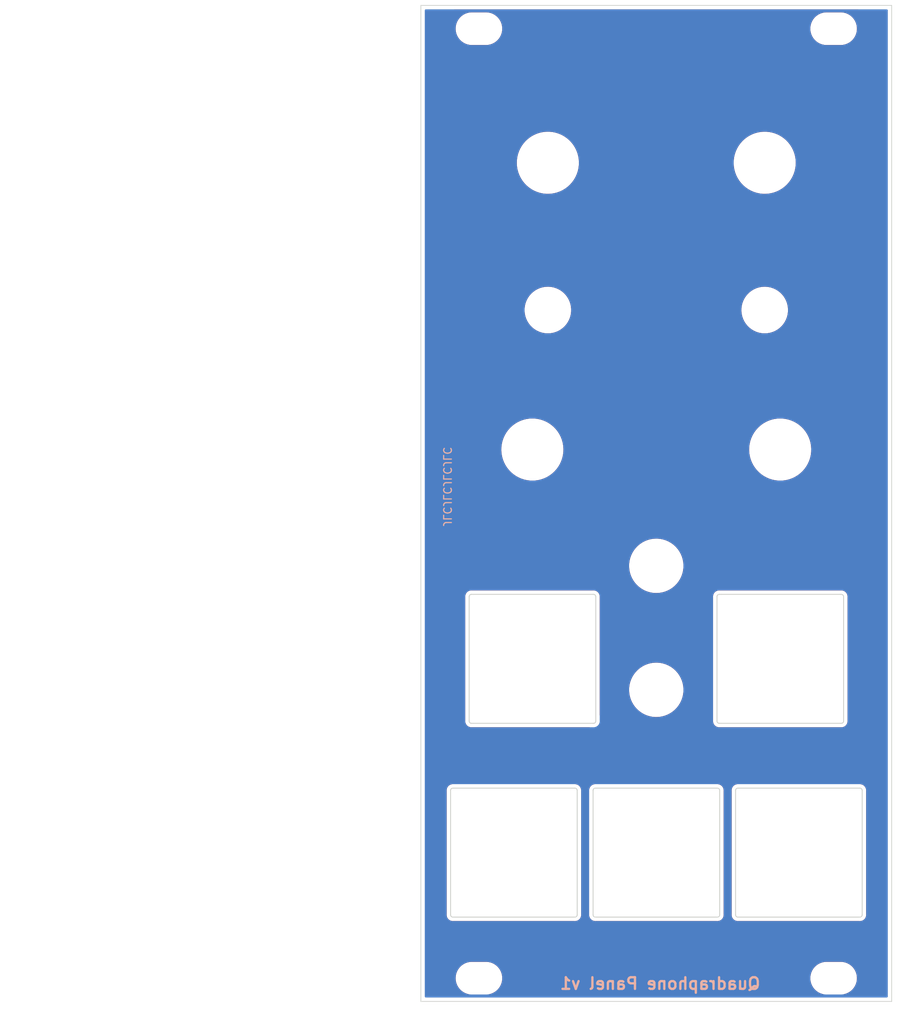
<source format=kicad_pcb>
(kicad_pcb (version 20211014) (generator pcbnew)
  (layers (0 "F.Cu" signal) (31 "B.Cu" signal) (34 "B.Paste" user) (35 "F.Paste" user) (36 "B.SilkS" user "B.Silkscreen") (37 "F.SilkS" user "F.Silkscreen") (38 "B.Mask" user) (39 "F.Mask" user) (44 "Edge.Cuts" user))
  (net 0 "")
  (footprint "kibuzzard-63D122C1" (layer "F.Cu") (at 94 47)
    (fp_text reference "kibuzzard-63D122C1" hide)
    (fp_text value "G***" hide)
  )
  (footprint "kibuzzard-63D0FD70" (layer "F.Cu") (at 102 76 -90)
    (fp_text reference "kibuzzard-63D0FD70" hide)
    (fp_text value "G***" hide)
  )
  (footprint "Custom_Footprints:Sub_Miniature_Switch_MountingHole_5mm" (layer "F.Cu") (at 94 76 180)
    (fp_text reference "Ref**" hide)
    (fp_text value "Subminiature_Switch" hide)
    (pad "" np_thru_hole circle locked (at 0 0 180) (size 5 5) (drill 5) (layers *.Cu *.Mask))
  )
  (footprint "Custom_Footprints:Alpha_9mm_pot_hole" (layer "F.Cu") (at 66 57 180)
    (fp_text reference "Ref**" hide)
    (fp_text value "Alpha_9mm_pot" hide)
    (pad "" np_thru_hole circle locked (at 0 0 180) (size 7 7) (drill 7) (layers *.Cu *.Mask))
  )
  (footprint "Custom_Footprints:Oval_Mounting_Hole" (layer "F.Cu") (at 102.9 39.7)
    (fp_text reference "Ref**" hide)
    (fp_text value "Oval_Mounting_Hole")
    (pad "" np_thru_hole oval locked (at 0 0) (size 5 3.2) (drill oval 5 3.2) (layers *.Cu *.Mask))
  )
  (footprint "kibuzzard-63D139E5" (layer "F.Cu") (at 58 109)
    (fp_text reference "kibuzzard-63D139E5" hide)
    (fp_text value "G***" hide)
  )
  (footprint "Custom_Footprints:Alpha_9mm_pot_hole" (layer "F.Cu") (at 94 57 180)
    (fp_text reference "Ref**" hide)
    (fp_text value "Alpha_9mm_pot" hide)
    (pad "" np_thru_hole circle locked (at 0 0 180) (size 7 7) (drill 7) (layers *.Cu *.Mask))
  )
  (footprint "Custom_Footprints:RJ45_Molex_42878-8506_Mounting_Hole" (layer "F.Cu") (at 80 146)
    (fp_text reference "Output" hide)
    (fp_text value "RJ45_Molex_42878-8506_Mounting_Hole")
    (fp_line (start 7.88 8.32) (end -7.88 8.32) (layer "Edge.Cuts") (width 0.12))
    (fp_line (start 8.19 -8.02) (end 8.19 8.02) (layer "Edge.Cuts") (width 0.12))
    (fp_line (start 7.88 -8.32) (end -7.88 -8.32) (layer "Edge.Cuts") (width 0.12))
    (fp_line (start -8.16 -8.02) (end -8.16 8.02) (layer "Edge.Cuts") (width 0.12))
    (fp_arc (start 8.19 8.02) (mid 8.100917 8.238111) (end 7.88 8.32) (layer "Edge.Cuts") (width 0.12))
    (fp_arc (start 7.88 -8.32) (mid 8.096622 -8.233665) (end 8.19 -8.02) (layer "Edge.Cuts") (width 0.12))
    (fp_arc (start -7.88 8.32) (mid -8.081749 8.227632) (end -8.16 8.02) (layer "Edge.Cuts") (width 0.12))
    (fp_arc (start -8.16 -8.02) (mid -8.081443 -8.227347) (end -7.88 -8.32) (layer "Edge.Cuts") (width 0.12))
  )
  (footprint "kibuzzard-63D139F5" (layer "F.Cu") (at 62 134.5)
    (fp_text reference "kibuzzard-63D139F5" hide)
    (fp_text value "G***" hide)
  )
  (footprint "Custom_Footprints:Alpha_9mm_pot_hole" (layer "F.Cu") (at 96 94 180)
    (fp_text reference "Ref**" hide)
    (fp_text value "Alpha_9mm_pot" hide)
    (pad "" np_thru_hole circle locked (at 0 0 180) (size 7 7) (drill 7) (layers *.Cu *.Mask))
  )
  (footprint "kibuzzard-63D12295" (layer "F.Cu") (at 66 47)
    (fp_text reference "kibuzzard-63D12295" hide)
    (fp_text value "G***" hide)
  )
  (footprint "Custom_Footprints:RJ45_Molex_42878-8506_Mounting_Hole" (layer "F.Cu") (at 96 121)
    (fp_text reference "PWM_In" hide)
    (fp_text value "RJ45_Molex_42878-8506_Mounting_Hole")
    (fp_line (start 8.19 -8.02) (end 8.19 8.02) (layer "Edge.Cuts") (width 0.12))
    (fp_line (start -8.16 -8.02) (end -8.16 8.02) (layer "Edge.Cuts") (width 0.12))
    (fp_line (start 7.88 8.32) (end -7.88 8.32) (layer "Edge.Cuts") (width 0.12))
    (fp_line (start 7.88 -8.32) (end -7.88 -8.32) (layer "Edge.Cuts") (width 0.12))
    (fp_arc (start -7.88 8.32) (mid -8.081749 8.227632) (end -8.16 8.02) (layer "Edge.Cuts") (width 0.12))
    (fp_arc (start -8.16 -8.02) (mid -8.081443 -8.227347) (end -7.88 -8.32) (layer "Edge.Cuts") (width 0.12))
    (fp_arc (start 8.19 8.02) (mid 8.100917 8.238111) (end 7.88 8.32) (layer "Edge.Cuts") (width 0.12))
    (fp_arc (start 7.88 -8.32) (mid 8.096622 -8.233665) (end 8.19 -8.02) (layer "Edge.Cuts") (width 0.12))
  )
  (footprint "kibuzzard-63D127EA" (layer "F.Cu") (at 80 57)
    (fp_text reference "kibuzzard-63D127EA" hide)
    (fp_text value "G***" hide)
  )
  (footprint "Custom_Footprints:DPDT_Switch_MountingHole_6mm" (layer "F.Cu") (at 66 76)
    (fp_text reference "Ref**" hide)
    (fp_text value "Subminiature_Switch" hide)
    (pad "" np_thru_hole circle (at 0 0) (size 5 5) (drill 5) (layers *.Cu *.Mask))
  )
  (footprint "Custom_Footprints:Oval_Mounting_Hole" (layer "F.Cu") (at 102.9 162.2)
    (fp_text reference "Ref**" hide)
    (fp_text value "Oval_Mounting_Hole")
    (pad "" np_thru_hole oval locked (at 0 0) (size 5 3.2) (drill oval 5 3.2) (layers *.Cu *.Mask))
  )
  (footprint "Graphics:QuadraphoneLogo" (layer "F.Cu") (at 79.962909 39.924006)
    (fp_text reference "G***" hide)
    (fp_text value "LOGO" hide)
  )
  (footprint "Custom_Footprints:Thonkiconn_Socket_MountingHole_6mm" (layer "F.Cu") (at 80 125 180)
    (fp_text reference "Ref**" hide)
    (fp_text value "Thonkiconn_Socket_MountingHole_6mm")
    (pad "" np_thru_hole circle locked (at 0 0 180) (size 6 6) (drill 6) (layers *.Cu *.Mask))
  )
  (footprint "kibuzzard-63D13A10" (layer "F.Cu") (at 98.5 134.5)
    (fp_text reference "kibuzzard-63D13A10" hide)
    (fp_text value "G***" hide)
  )
  (footprint "kibuzzard-63D1286A" (layer "F.Cu") (at 88.9 69.9)
    (fp_text reference "kibuzzard-63D1286A" hide)
    (fp_text value "G***" hide)
  )
  (footprint "Custom_Footprints:Alpha_9mm_pot_hole" (layer "F.Cu") (at 64 94 180)
    (fp_text reference "Ref**" hide)
    (fp_text value "Alpha_9mm_pot" hide)
    (pad "" np_thru_hole circle locked (at 0 0 180) (size 7 7) (drill 7) (layers *.Cu *.Mask))
  )
  (footprint "Custom_Footprints:RJ45_Molex_42878-8506_Mounting_Hole" (layer "F.Cu") (at 98.4 146)
    (fp_text reference "Synch_In" hide)
    (fp_text value "RJ45_Molex_42878-8506_Mounting_Hole")
    (fp_line (start 8.19 -8.02) (end 8.19 8.02) (layer "Edge.Cuts") (width 0.12))
    (fp_line (start 7.88 -8.32) (end -7.88 -8.32) (layer "Edge.Cuts") (width 0.12))
    (fp_line (start 7.88 8.32) (end -7.88 8.32) (layer "Edge.Cuts") (width 0.12))
    (fp_line (start -8.16 -8.02) (end -8.16 8.02) (layer "Edge.Cuts") (width 0.12))
    (fp_arc (start -7.88 8.32) (mid -8.081749 8.227632) (end -8.16 8.02) (layer "Edge.Cuts") (width 0.12))
    (fp_arc (start -8.16 -8.02) (mid -8.081443 -8.227347) (end -7.88 -8.32) (layer "Edge.Cuts") (width 0.12))
    (fp_arc (start 8.19 8.02) (mid 8.100917 8.238111) (end 7.88 8.32) (layer "Edge.Cuts") (width 0.12))
    (fp_arc (start 7.88 -8.32) (mid 8.096622 -8.233665) (end 8.19 -8.02) (layer "Edge.Cuts") (width 0.12))
  )
  (footprint "kibuzzard-63D1404C" (layer "F.Cu") (at 80 100.1 -90)
    (fp_text reference "kibuzzard-63D1404C" hide)
    (fp_text value "G***" hide)
  )
  (footprint "Custom_Footprints:Oval_Mounting_Hole" (layer "F.Cu") (at 57.1 162.2)
    (fp_text reference "Ref**" hide)
    (fp_text value "Oval_Mounting_Hole")
    (pad "" np_thru_hole oval locked (at 0 0) (size 5 3.2) (drill oval 5 3.2) (layers *.Cu *.Mask))
  )
  (footprint "Custom_Footprints:Thonkiconn_Socket_MountingHole_6mm" (layer "F.Cu") (at 80 109 180)
    (fp_text reference "Ref**" hide)
    (fp_text value "Thonkiconn_Socket_MountingHole_6mm")
    (pad "" np_thru_hole circle locked (at 0 0 180) (size 6 6) (drill 6) (layers *.Cu *.Mask))
  )
  (footprint "kibuzzard-63D122DE" (layer "F.Cu") (at 58 76 90)
    (fp_text reference "kibuzzard-63D122DE" hide)
    (fp_text value "G***" hide)
  )
  (footprint "kibuzzard-63D1288B" (layer "F.Cu") (at 88.9 82.1)
    (fp_text reference "kibuzzard-63D1288B" hide)
    (fp_text value "G***" hide)
  )
  (footprint "Custom_Footprints:RJ45_Molex_42878-8506_Mounting_Hole" (layer "F.Cu") (at 64 121)
    (fp_text reference "FM_In" hide)
    (fp_text value "RJ45_Molex_42878-8506_Mounting_Hole")
    (fp_line (start -8.16 -8.02) (end -8.16 8.02) (layer "Edge.Cuts") (width 0.12))
    (fp_line (start 7.88 8.32) (end -7.88 8.32) (layer "Edge.Cuts") (width 0.12))
    (fp_line (start 8.19 -8.02) (end 8.19 8.02) (layer "Edge.Cuts") (width 0.12))
    (fp_line (start 7.88 -8.32) (end -7.88 -8.32) (layer "Edge.Cuts") (width 0.12))
    (fp_arc (start -7.88 8.32) (mid -8.081749 8.227632) (end -8.16 8.02) (layer "Edge.Cuts") (width 0.12))
    (fp_arc (start 7.88 -8.32) (mid 8.096622 -8.233665) (end 8.19 -8.02) (layer "Edge.Cuts") (width 0.12))
    (fp_arc (start -8.16 -8.02) (mid -8.081443 -8.227347) (end -7.88 -8.32) (layer "Edge.Cuts") (width 0.12))
    (fp_arc (start 8.19 8.02) (mid 8.100917 8.238111) (end 7.88 8.32) (layer "Edge.Cuts") (width 0.12))
  )
  (footprint "Custom_Footprints:Oval_Mounting_Hole" (layer "F.Cu") (at 57.1 39.7)
    (fp_text reference "Ref**" hide)
    (fp_text value "Oval_Mounting_Hole")
    (pad "" np_thru_hole oval locked (at 0 0) (size 5 3.2) (drill oval 5 3.2) (layers *.Cu *.Mask))
  )
  (footprint "Custom_Footprints:RJ45_Molex_42878-8506_Mounting_Hole" (layer "F.Cu") (at 61.6 146)
    (fp_text reference "V_per_Oct_In" hide)
    (fp_text value "RJ45_Molex_42878-8506_Mounting_Hole")
    (fp_line (start 7.88 -8.32) (end -7.88 -8.32) (layer "Edge.Cuts") (width 0.12))
    (fp_line (start 8.19 -8.02) (end 8.19 8.02) (layer "Edge.Cuts") (width 0.12))
    (fp_line (start 7.88 8.32) (end -7.88 8.32) (layer "Edge.Cuts") (width 0.12))
    (fp_line (start -8.16 -8.02) (end -8.16 8.02) (layer "Edge.Cuts") (width 0.12))
    (fp_arc (start -7.88 8.32) (mid -8.081749 8.227632) (end -8.16 8.02) (layer "Edge.Cuts") (width 0.12))
    (fp_arc (start 7.88 -8.32) (mid 8.096622 -8.233665) (end 8.19 -8.02) (layer "Edge.Cuts") (width 0.12))
    (fp_arc (start 8.19 8.02) (mid 8.100917 8.238111) (end 7.88 8.32) (layer "Edge.Cuts") (width 0.12))
    (fp_arc (start -8.16 -8.02) (mid -8.081443 -8.227347) (end -7.88 -8.32) (layer "Edge.Cuts") (width 0.12))
  )
  (footprint "kibuzzard-63D12809" (layer "F.Cu") (at 96 106.6 -90)
    (fp_text reference "kibuzzard-63D12809" hide)
    (fp_text value "G***" hide)
  )
  (gr_line (start 49.6 165.2) (end 110.4 165.2) (layer "Edge.Cuts") (width 0.1))
  (gr_line (start 49.6 36.7) (end 49.6 165.2) (layer "Edge.Cuts") (width 0.1))
  (gr_line (start 110.4 36.7) (end 110.4 165.2) (layer "Edge.Cuts") (width 0.1))
  (gr_line (start 49.6 36.7) (end 110.4 36.7) (layer "Edge.Cuts") (width 0.1))
  (gr_text "Quadraphone Panel v1" (at 80.5 162.9) (layer "B.SilkS") (effects (font (size 1.5 1.5) (thickness 0.3)) (justify mirror)))
  (gr_text "JLCJLCJLCJLC" (at 53 98.8 -90) (layer "B.SilkS") (effects (font (size 1 1)) (justify mirror)))
  (zone (net 0) (net_name "") (layer "F.Cu") (connect_pads (clearance 0.508)) (min_thickness 0.254) (fill yes (thermal_gap 0.508) (thermal_bridge_width 0.508) (smoothing fillet) (radius 5))
    (polygon (pts (xy 108 43) (xy 52 43) (xy 52 37) (xy 108 37)))
  )
  (zone (net 0) (net_name "") (layer "F.Cu") (connect_pads (clearance 0.508)) (min_thickness 0.254) (fill yes (thermal_gap 0.508) (thermal_bridge_width 0.508) (smoothing fillet) (radius 5))
    (polygon (pts (xy 108 164.5) (xy 52 164.5) (xy 52 159.5) (xy 108 159.5)))
  )
  (zone (net 0) (net_name "") (layer "F.Cu") (connect_pads (clearance 0.508)) (min_thickness 0.254) (fill yes (thermal_gap 0.508) (thermal_bridge_width 0.508) (smoothing fillet) (radius 5))
    (polygon (pts (xy 108 85.5) (xy 83 85.5) (xy 83 67) (xy 108 67)))
  )
  (zone (net 0) (net_name "") (layer "F.Cu") (connect_pads (clearance 0.508)) (min_thickness 0.254) (fill yes (thermal_gap 0.508) (thermal_bridge_width 0.508) (smoothing fillet) (radius 5))
    (polygon (pts (xy 108 66) (xy 52 66) (xy 52 44) (xy 108 44)))
  )
  (zone (net 0) (net_name "") (layer "F.Cu") (connect_pads (clearance 0.508)) (min_thickness 0.254) (fill yes (thermal_gap 0.508) (thermal_bridge_width 0.508) (smoothing fillet) (radius 5))
    (polygon (pts (xy 108 131) (xy 74.5 131) (xy 74.5 118.5) (xy 86.1 118.5) (xy 86 87) (xy 108 87)))
  )
  (zone (net 0) (net_name "") (layer "F.Cu") (connect_pads (clearance 0.508)) (min_thickness 0.254) (fill yes (thermal_gap 0.508) (thermal_bridge_width 0.508) (smoothing fillet) (radius 5))
    (polygon (pts (xy 73.5 131) (xy 52 131) (xy 52 105.5) (xy 73.5 105.5)))
  )
  (zone (net 0) (net_name "") (layer "F.Cu") (connect_pads (clearance 0.508)) (min_thickness 0.254) (fill yes (thermal_gap 0.508) (thermal_bridge_width 0.508) (smoothing fillet) (radius 5))
    (polygon (pts (xy 77 85.5) (xy 52 85.5) (xy 52 67) (xy 77 67)))
  )
  (zone (net 0) (net_name "") (layer "F.Cu") (connect_pads (clearance 0.508)) (min_thickness 0.254) (fill yes (thermal_gap 0.508) (thermal_bridge_width 0.508) (smoothing fillet) (radius 5))
    (polygon (pts (xy 108 158.5) (xy 52 158.5) (xy 52 132) (xy 108 132)))
  )
  (zone (net 0) (net_name "") (layer "F.Cu") (connect_pads (clearance 0.508)) (min_thickness 0.254) (fill yes (thermal_gap 0.508) (thermal_bridge_width 0.508) (smoothing fillet) (radius 5))
    (polygon (pts (xy 85 103.5) (xy 85 117.5) (xy 74.5 117.5) (xy 74.5 104) (xy 52 104) (xy 52 87) (xy 85 87)))
  )
  (zone (net 0) (net_name "") (layer "B.Cu") (connect_pads (clearance 0.508)) (min_thickness 0.254) (fill yes (thermal_gap 0.508) (thermal_bridge_width 0.508))
    (polygon (pts (xy 49 36) (xy 111 36) (xy 111 166) (xy 49 166)))
  )
)
</source>
